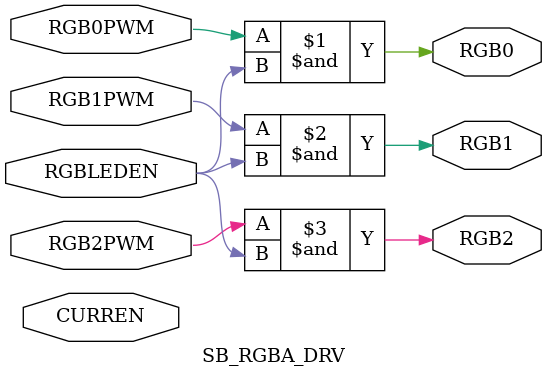
<source format=v>

`default_nettype none

module SB_RGBA_DRV (
    input wire RGBLEDEN,
    input wire RGB0PWM,
    input wire RGB1PWM,
    input wire RGB2PWM,

    /* verilator lint_off UNUSEDSIGNAL */
    input wire CURREN,
    /* verilator lint_on UNUSEDSIGNAL */

    output wire RGB0,
    output wire RGB1,
    output wire RGB2
);

  /* verilator lint_off UNUSEDPARAM */
  parameter CURRENT_MODE = 1;
  parameter RGB0_CURRENT = 8'h0;
  parameter RGB1_CURRENT = 8'h0;
  parameter RGB2_CURRENT = 8'h0;
  /* verilator lint_on UNUSEDPARAM */

  assign RGB0 = RGB0PWM & RGBLEDEN;
  assign RGB1 = RGB1PWM & RGBLEDEN;
  assign RGB2 = RGB2PWM & RGBLEDEN;

endmodule  // SB_RGBA_DRV

//======================================================================
// EOF sb_rgba_drv_sim.v
//======================================================================

</source>
